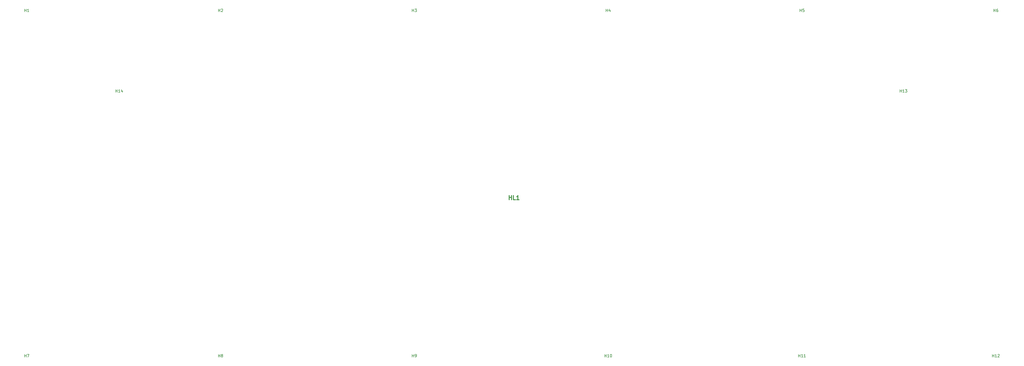
<source format=gbr>
%TF.GenerationSoftware,KiCad,Pcbnew,(5.99.0-2536-ga146cd9e2-dirty)*%
%TF.CreationDate,2020-08-08T15:01:54-04:00*%
%TF.ProjectId,bottom,626f7474-6f6d-42e6-9b69-6361645f7063,rev?*%
%TF.SameCoordinates,Original*%
%TF.FileFunction,Legend,Top*%
%TF.FilePolarity,Positive*%
%FSLAX46Y46*%
G04 Gerber Fmt 4.6, Leading zero omitted, Abs format (unit mm)*
G04 Created by KiCad (PCBNEW (5.99.0-2536-ga146cd9e2-dirty)) date 2020-08-08 15:01:54*
%MOMM*%
%LPD*%
G01*
G04 APERTURE LIST*
%ADD10C,0.150000*%
%ADD11C,0.300000*%
G04 APERTURE END LIST*
D10*
%TO.C,H5*%
X222238095Y83250065D02*
X222238095Y84250065D01*
X222238095Y83773874D02*
X222809523Y83773874D01*
X222809523Y83250065D02*
X222809523Y84250065D01*
X223761904Y84250065D02*
X223285714Y84250065D01*
X223238095Y83773874D01*
X223285714Y83821493D01*
X223380952Y83869112D01*
X223619047Y83869112D01*
X223714285Y83821493D01*
X223761904Y83773874D01*
X223809523Y83678636D01*
X223809523Y83440541D01*
X223761904Y83345303D01*
X223714285Y83297684D01*
X223619047Y83250065D01*
X223380952Y83250065D01*
X223285714Y83297684D01*
X223238095Y83345303D01*
D11*
%TO.C,HL1*%
X117222000Y15310571D02*
X117222000Y16834571D01*
X117222000Y16108857D02*
X118092857Y16108857D01*
X118092857Y15310571D02*
X118092857Y16834571D01*
X119544285Y15310571D02*
X118818571Y15310571D01*
X118818571Y16834571D01*
X120850571Y15310571D02*
X119979714Y15310571D01*
X120415142Y15310571D02*
X120415142Y16834571D01*
X120270000Y16616857D01*
X120124857Y16471714D01*
X119979714Y16399142D01*
D10*
%TO.C,H7*%
X-57761904Y-41602380D02*
X-57761904Y-40602380D01*
X-57761904Y-41078571D02*
X-57190476Y-41078571D01*
X-57190476Y-41602380D02*
X-57190476Y-40602380D01*
X-56809523Y-40602380D02*
X-56142857Y-40602380D01*
X-56571428Y-41602380D01*
%TO.C,H14*%
X-24851095Y54127619D02*
X-24851095Y55127619D01*
X-24851095Y54651428D02*
X-24279666Y54651428D01*
X-24279666Y54127619D02*
X-24279666Y55127619D01*
X-23279666Y54127619D02*
X-23851095Y54127619D01*
X-23565380Y54127619D02*
X-23565380Y55127619D01*
X-23660619Y54984761D01*
X-23755857Y54889523D01*
X-23851095Y54841904D01*
X-22422523Y54794285D02*
X-22422523Y54127619D01*
X-22660619Y55175238D02*
X-22898714Y54460952D01*
X-22279666Y54460952D01*
%TO.C,H10*%
X151761904Y-41602380D02*
X151761904Y-40602380D01*
X151761904Y-41078571D02*
X152333333Y-41078571D01*
X152333333Y-41602380D02*
X152333333Y-40602380D01*
X153333333Y-41602380D02*
X152761904Y-41602380D01*
X153047619Y-41602380D02*
X153047619Y-40602380D01*
X152952380Y-40745238D01*
X152857142Y-40840476D01*
X152761904Y-40888095D01*
X153952380Y-40602380D02*
X154047619Y-40602380D01*
X154142857Y-40650000D01*
X154190476Y-40697619D01*
X154238095Y-40792857D01*
X154285714Y-40983333D01*
X154285714Y-41221428D01*
X154238095Y-41411904D01*
X154190476Y-41507142D01*
X154142857Y-41554761D01*
X154047619Y-41602380D01*
X153952380Y-41602380D01*
X153857142Y-41554761D01*
X153809523Y-41507142D01*
X153761904Y-41411904D01*
X153714285Y-41221428D01*
X153714285Y-40983333D01*
X153761904Y-40792857D01*
X153809523Y-40697619D01*
X153857142Y-40650000D01*
X153952380Y-40602380D01*
%TO.C,H9*%
X82238095Y-41602380D02*
X82238095Y-40602380D01*
X82238095Y-41078571D02*
X82809523Y-41078571D01*
X82809523Y-41602380D02*
X82809523Y-40602380D01*
X83333333Y-41602380D02*
X83523809Y-41602380D01*
X83619047Y-41554761D01*
X83666666Y-41507142D01*
X83761904Y-41364285D01*
X83809523Y-41173809D01*
X83809523Y-40792857D01*
X83761904Y-40697619D01*
X83714285Y-40650000D01*
X83619047Y-40602380D01*
X83428571Y-40602380D01*
X83333333Y-40650000D01*
X83285714Y-40697619D01*
X83238095Y-40792857D01*
X83238095Y-41030952D01*
X83285714Y-41126190D01*
X83333333Y-41173809D01*
X83428571Y-41221428D01*
X83619047Y-41221428D01*
X83714285Y-41173809D01*
X83761904Y-41126190D01*
X83809523Y-41030952D01*
%TO.C,H12*%
X291761904Y-41602380D02*
X291761904Y-40602380D01*
X291761904Y-41078571D02*
X292333333Y-41078571D01*
X292333333Y-41602380D02*
X292333333Y-40602380D01*
X293333333Y-41602380D02*
X292761904Y-41602380D01*
X293047619Y-41602380D02*
X293047619Y-40602380D01*
X292952380Y-40745238D01*
X292857142Y-40840476D01*
X292761904Y-40888095D01*
X293714285Y-40697619D02*
X293761904Y-40650000D01*
X293857142Y-40602380D01*
X294095238Y-40602380D01*
X294190476Y-40650000D01*
X294238095Y-40697619D01*
X294285714Y-40792857D01*
X294285714Y-40888095D01*
X294238095Y-41030952D01*
X293666666Y-41602380D01*
X294285714Y-41602380D01*
%TO.C,H4*%
X152238095Y83250065D02*
X152238095Y84250065D01*
X152238095Y83773874D02*
X152809523Y83773874D01*
X152809523Y83250065D02*
X152809523Y84250065D01*
X153714285Y83916731D02*
X153714285Y83250065D01*
X153476190Y84297684D02*
X153238095Y83583398D01*
X153857142Y83583398D01*
%TO.C,H8*%
X12238095Y-41602380D02*
X12238095Y-40602380D01*
X12238095Y-41078571D02*
X12809523Y-41078571D01*
X12809523Y-41602380D02*
X12809523Y-40602380D01*
X13428571Y-41030952D02*
X13333333Y-40983333D01*
X13285714Y-40935714D01*
X13238095Y-40840476D01*
X13238095Y-40792857D01*
X13285714Y-40697619D01*
X13333333Y-40650000D01*
X13428571Y-40602380D01*
X13619047Y-40602380D01*
X13714285Y-40650000D01*
X13761904Y-40697619D01*
X13809523Y-40792857D01*
X13809523Y-40840476D01*
X13761904Y-40935714D01*
X13714285Y-40983333D01*
X13619047Y-41030952D01*
X13428571Y-41030952D01*
X13333333Y-41078571D01*
X13285714Y-41126190D01*
X13238095Y-41221428D01*
X13238095Y-41411904D01*
X13285714Y-41507142D01*
X13333333Y-41554761D01*
X13428571Y-41602380D01*
X13619047Y-41602380D01*
X13714285Y-41554761D01*
X13761904Y-41507142D01*
X13809523Y-41411904D01*
X13809523Y-41221428D01*
X13761904Y-41126190D01*
X13714285Y-41078571D01*
X13619047Y-41030952D01*
%TO.C,H13*%
X258374904Y54127619D02*
X258374904Y55127619D01*
X258374904Y54651428D02*
X258946333Y54651428D01*
X258946333Y54127619D02*
X258946333Y55127619D01*
X259946333Y54127619D02*
X259374904Y54127619D01*
X259660619Y54127619D02*
X259660619Y55127619D01*
X259565380Y54984761D01*
X259470142Y54889523D01*
X259374904Y54841904D01*
X260279666Y55127619D02*
X260898714Y55127619D01*
X260565380Y54746666D01*
X260708238Y54746666D01*
X260803476Y54699047D01*
X260851095Y54651428D01*
X260898714Y54556190D01*
X260898714Y54318095D01*
X260851095Y54222857D01*
X260803476Y54175238D01*
X260708238Y54127619D01*
X260422523Y54127619D01*
X260327285Y54175238D01*
X260279666Y54222857D01*
%TO.C,H3*%
X82238095Y83250065D02*
X82238095Y84250065D01*
X82238095Y83773874D02*
X82809523Y83773874D01*
X82809523Y83250065D02*
X82809523Y84250065D01*
X83190476Y84250065D02*
X83809523Y84250065D01*
X83476190Y83869112D01*
X83619047Y83869112D01*
X83714285Y83821493D01*
X83761904Y83773874D01*
X83809523Y83678636D01*
X83809523Y83440541D01*
X83761904Y83345303D01*
X83714285Y83297684D01*
X83619047Y83250065D01*
X83333333Y83250065D01*
X83238095Y83297684D01*
X83190476Y83345303D01*
%TO.C,H2*%
X12238095Y83250065D02*
X12238095Y84250065D01*
X12238095Y83773874D02*
X12809523Y83773874D01*
X12809523Y83250065D02*
X12809523Y84250065D01*
X13238095Y84154826D02*
X13285714Y84202446D01*
X13380952Y84250065D01*
X13619047Y84250065D01*
X13714285Y84202446D01*
X13761904Y84154826D01*
X13809523Y84059588D01*
X13809523Y83964350D01*
X13761904Y83821493D01*
X13190476Y83250065D01*
X13809523Y83250065D01*
%TO.C,H11*%
X221761904Y-41602380D02*
X221761904Y-40602380D01*
X221761904Y-41078571D02*
X222333333Y-41078571D01*
X222333333Y-41602380D02*
X222333333Y-40602380D01*
X223333333Y-41602380D02*
X222761904Y-41602380D01*
X223047619Y-41602380D02*
X223047619Y-40602380D01*
X222952380Y-40745238D01*
X222857142Y-40840476D01*
X222761904Y-40888095D01*
X224285714Y-41602380D02*
X223714285Y-41602380D01*
X224000000Y-41602380D02*
X224000000Y-40602380D01*
X223904761Y-40745238D01*
X223809523Y-40840476D01*
X223714285Y-40888095D01*
%TO.C,H1*%
X-57761904Y83250065D02*
X-57761904Y84250065D01*
X-57761904Y83773874D02*
X-57190476Y83773874D01*
X-57190476Y83250065D02*
X-57190476Y84250065D01*
X-56190476Y83250065D02*
X-56761904Y83250065D01*
X-56476190Y83250065D02*
X-56476190Y84250065D01*
X-56571428Y84107207D01*
X-56666666Y84011969D01*
X-56761904Y83964350D01*
%TO.C,H6*%
X292238095Y83250065D02*
X292238095Y84250065D01*
X292238095Y83773874D02*
X292809523Y83773874D01*
X292809523Y83250065D02*
X292809523Y84250065D01*
X293714285Y84250065D02*
X293523809Y84250065D01*
X293428571Y84202446D01*
X293380952Y84154826D01*
X293285714Y84011969D01*
X293238095Y83821493D01*
X293238095Y83440541D01*
X293285714Y83345303D01*
X293333333Y83297684D01*
X293428571Y83250065D01*
X293619047Y83250065D01*
X293714285Y83297684D01*
X293761904Y83345303D01*
X293809523Y83440541D01*
X293809523Y83678636D01*
X293761904Y83773874D01*
X293714285Y83821493D01*
X293619047Y83869112D01*
X293428571Y83869112D01*
X293333333Y83821493D01*
X293285714Y83773874D01*
X293238095Y83678636D01*
%TD*%
M02*

</source>
